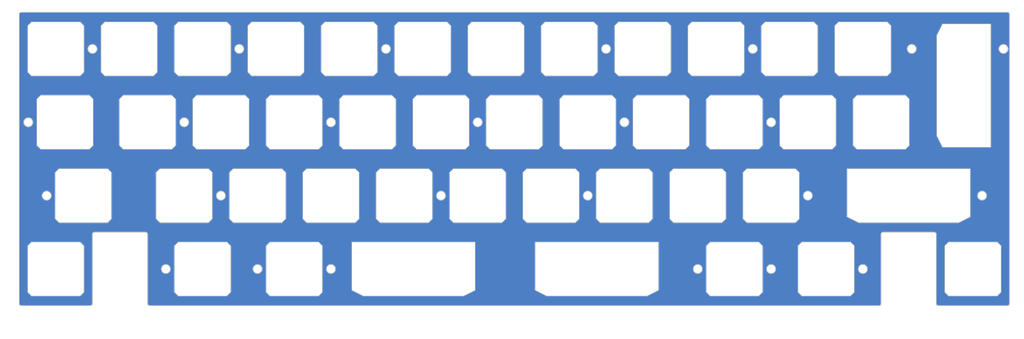
<source format=kicad_pcb>
(kicad_pcb (version 20221018) (generator pcbnew)
  (layers (0 "F.Cu" signal) (31 "B.Cu" signal) (34 "B.Paste" user) (35 "F.Paste" user) (36 "B.SilkS" user "B.Silkscreen") (37 "F.SilkS" user "F.Silkscreen") (38 "B.Mask" user) (39 "F.Mask" user) (44 "Edge.Cuts" user))
  (net 0 "")
  (net 1 "GND")
  (footprint "cipulot_parts:ecs_plate_cut_1U" (layer "F.Cu") (at 26.9875 91.28125)
    (fp_text reference "REF**")
    (fp_text value "Value " hide)
    (fp_line (start -7.3 -6) (end -7.3 6) (stroke (width 0.12)) (layer "Edge.Cuts"))
    (fp_line (start -7.3 6) (end -6.3 7) (stroke (width 0.12)) (layer "Edge.Cuts"))
    (fp_line (start -6.3 -7) (end -7.3 -6) (stroke (width 0.12)) (layer "Edge.Cuts"))
    (fp_line (start -6.3 7) (end 6.3 7) (stroke (width 0.12)) (layer "Edge.Cuts"))
    (fp_line (start 6.3 -7) (end -6.3 -7) (stroke (width 0.12)) (layer "Edge.Cuts"))
    (fp_line (start 6.3 -7) (end 7.3 -6) (stroke (width 0.12)) (layer "Edge.Cuts"))
    (fp_line (start 6.3 7) (end 7.3 6) (stroke (width 0.12)) (layer "Edge.Cuts"))
    (fp_line (start 7.3 6) (end 7.3 -6) (stroke (width 0.12)) (layer "Edge.Cuts"))
  )
  (footprint "cipulot_parts:ecs_plate_cut_1U" (layer "F.Cu") (at 136.525 72.23125)
    (fp_text reference "REF**")
    (fp_text value "Value " hide)
    (fp_line (start -7.3 -6) (end -7.3 6) (stroke (width 0.12)) (layer "Edge.Cuts"))
    (fp_line (start -7.3 6) (end -6.3 7) (stroke (width 0.12)) (layer "Edge.Cuts"))
    (fp_line (start -6.3 -7) (end -7.3 -6) (stroke (width 0.12)) (layer "Edge.Cuts"))
    (fp_line (start -6.3 7) (end 6.3 7) (stroke (width 0.12)) (layer "Edge.Cuts"))
    (fp_line (start 6.3 -7) (end -6.3 -7) (stroke (width 0.12)) (layer "Edge.Cuts"))
    (fp_line (start 6.3 -7) (end 7.3 -6) (stroke (width 0.12)) (layer "Edge.Cuts"))
    (fp_line (start 6.3 7) (end 7.3 6) (stroke (width 0.12)) (layer "Edge.Cuts"))
    (fp_line (start 7.3 6) (end 7.3 -6) (stroke (width 0.12)) (layer "Edge.Cuts"))
  )
  (footprint "cipulot_parts:ecs_plate_cut_1U" (layer "F.Cu") (at 146.05 53.18125)
    (fp_text reference "REF**")
    (fp_text value "Value " hide)
    (fp_line (start -7.3 -6) (end -7.3 6) (stroke (width 0.12)) (layer "Edge.Cuts"))
    (fp_line (start -7.3 6) (end -6.3 7) (stroke (width 0.12)) (layer "Edge.Cuts"))
    (fp_line (start -6.3 -7) (end -7.3 -6) (stroke (width 0.12)) (layer "Edge.Cuts"))
    (fp_line (start -6.3 7) (end 6.3 7) (stroke (width 0.12)) (layer "Edge.Cuts"))
    (fp_line (start 6.3 -7) (end -6.3 -7) (stroke (width 0.12)) (layer "Edge.Cuts"))
    (fp_line (start 6.3 -7) (end 7.3 -6) (stroke (width 0.12)) (layer "Edge.Cuts"))
    (fp_line (start 6.3 7) (end 7.3 6) (stroke (width 0.12)) (layer "Edge.Cuts"))
    (fp_line (start 7.3 6) (end 7.3 -6) (stroke (width 0.12)) (layer "Edge.Cuts"))
  )
  (footprint "cipulot_parts:ecs_plate_cut_1U" (layer "F.Cu") (at 46.0375 34.13125)
    (fp_text reference "REF**")
    (fp_text value "Value " hide)
    (fp_line (start -7.3 -6) (end -7.3 6) (stroke (width 0.12)) (layer "Edge.Cuts"))
    (fp_line (start -7.3 6) (end -6.3 7) (stroke (width 0.12)) (layer "Edge.Cuts"))
    (fp_line (start -6.3 -7) (end -7.3 -6) (stroke (width 0.12)) (layer "Edge.Cuts"))
    (fp_line (start -6.3 7) (end 6.3 7) (stroke (width 0.12)) (layer "Edge.Cuts"))
    (fp_line (start 6.3 -7) (end -6.3 -7) (stroke (width 0.12)) (layer "Edge.Cuts"))
    (fp_line (start 6.3 -7) (end 7.3 -6) (stroke (width 0.12)) (layer "Edge.Cuts"))
    (fp_line (start 6.3 7) (end 7.3 6) (stroke (width 0.12)) (layer "Edge.Cuts"))
    (fp_line (start 7.3 6) (end 7.3 -6) (stroke (width 0.12)) (layer "Edge.Cuts"))
  )
  (footprint "cipulot_parts:ecs_plate_cut_1U" (layer "F.Cu") (at 79.375 72.23125)
    (fp_text reference "REF**")
    (fp_text value "Value " hide)
    (fp_line (start -7.3 -6) (end -7.3 6) (stroke (width 0.12)) (layer "Edge.Cuts"))
    (fp_line (start -7.3 6) (end -6.3 7) (stroke (width 0.12)) (layer "Edge.Cuts"))
    (fp_line (start -6.3 -7) (end -7.3 -6) (stroke (width 0.12)) (layer "Edge.Cuts"))
    (fp_line (start -6.3 7) (end 6.3 7) (stroke (width 0.12)) (layer "Edge.Cuts"))
    (fp_line (start 6.3 -7) (end -6.3 -7) (stroke (width 0.12)) (layer "Edge.Cuts"))
    (fp_line (start 6.3 -7) (end 7.3 -6) (stroke (width 0.12)) (layer "Edge.Cuts"))
    (fp_line (start 6.3 7) (end 7.3 6) (stroke (width 0.12)) (layer "Edge.Cuts"))
    (fp_line (start 7.3 6) (end 7.3 -6) (stroke (width 0.12)) (layer "Edge.Cuts"))
  )
  (footprint "cipulot_parts:ecs_plate_cut_1U" (layer "F.Cu") (at 88.9 53.18125)
    (fp_text reference "REF**")
    (fp_text value "Value " hide)
    (fp_line (start -7.3 -6) (end -7.3 6) (stroke (width 0.12)) (layer "Edge.Cuts"))
    (fp_line (start -7.3 6) (end -6.3 7) (stroke (width 0.12)) (layer "Edge.Cuts"))
    (fp_line (start -6.3 -7) (end -7.3 -6) (stroke (width 0.12)) (layer "Edge.Cuts"))
    (fp_line (start -6.3 7) (end 6.3 7) (stroke (width 0.12)) (layer "Edge.Cuts"))
    (fp_line (start 6.3 -7) (end -6.3 -7) (stroke (width 0.12)) (layer "Edge.Cuts"))
    (fp_line (start 6.3 -7) (end 7.3 -6) (stroke (width 0.12)) (layer "Edge.Cuts"))
    (fp_line (start 6.3 7) (end 7.3 6) (stroke (width 0.12)) (layer "Edge.Cuts"))
    (fp_line (start 7.3 6) (end 7.3 -6) (stroke (width 0.12)) (layer "Edge.Cuts"))
  )
  (footprint "cipulot_parts:ecs_plate_cut_1U" (layer "F.Cu") (at 127 53.18125)
    (fp_text reference "REF**")
    (fp_text value "Value " hide)
    (fp_line (start -7.3 -6) (end -7.3 6) (stroke (width 0.12)) (layer "Edge.Cuts"))
    (fp_line (start -7.3 6) (end -6.3 7) (stroke (width 0.12)) (layer "Edge.Cuts"))
    (fp_line (start -6.3 -7) (end -7.3 -6) (stroke (width 0.12)) (layer "Edge.Cuts"))
    (fp_line (start -6.3 7) (end 6.3 7) (stroke (width 0.12)) (layer "Edge.Cuts"))
    (fp_line (start 6.3 -7) (end -6.3 -7) (stroke (width 0.12)) (layer "Edge.Cuts"))
    (fp_line (start 6.3 -7) (end 7.3 -6) (stroke (width 0.12)) (layer "Edge.Cuts"))
    (fp_line (start 6.3 7) (end 7.3 6) (stroke (width 0.12)) (layer "Edge.Cuts"))
    (fp_line (start 7.3 6) (end 7.3 -6) (stroke (width 0.12)) (layer "Edge.Cuts"))
  )
  (footprint "cipulot_parts:ecs_plate_cut_1U" (layer "F.Cu") (at 198.4375 34.13125)
    (fp_text reference "REF**")
    (fp_text value "Value " hide)
    (fp_line (start -7.3 -6) (end -7.3 6) (stroke (width 0.12)) (layer "Edge.Cuts"))
    (fp_line (start -7.3 6) (end -6.3 7) (stroke (width 0.12)) (layer "Edge.Cuts"))
    (fp_line (start -6.3 -7) (end -7.3 -6) (stroke (width 0.12)) (layer "Edge.Cuts"))
    (fp_line (start -6.3 7) (end 6.3 7) (stroke (width 0.12)) (layer "Edge.Cuts"))
    (fp_line (start 6.3 -7) (end -6.3 -7) (stroke (width 0.12)) (layer "Edge.Cuts"))
    (fp_line (start 6.3 -7) (end 7.3 -6) (stroke (width 0.12)) (layer "Edge.Cuts"))
    (fp_line (start 6.3 7) (end 7.3 6) (stroke (width 0.12)) (layer "Edge.Cuts"))
    (fp_line (start 7.3 6) (end 7.3 -6) (stroke (width 0.12)) (layer "Edge.Cuts"))
  )
  (footprint "cipulot_parts:ecs_plate_cut_1U" (layer "F.Cu") (at 203.2 53.18125)
    (fp_text reference "REF**")
    (fp_text value "Value " hide)
    (fp_line (start -7.3 -6) (end -7.3 6) (stroke (width 0.12)) (layer "Edge.Cuts"))
    (fp_line (start -7.3 6) (end -6.3 7) (stroke (width 0.12)) (layer "Edge.Cuts"))
    (fp_line (start -6.3 -7) (end -7.3 -6) (stroke (width 0.12)) (layer "Edge.Cuts"))
    (fp_line (start -6.3 7) (end 6.3 7) (stroke (width 0.12)) (layer "Edge.Cuts"))
    (fp_line (start 6.3 -7) (end -6.3 -7) (stroke (width 0.12)) (layer "Edge.Cuts"))
    (fp_line (start 6.3 -7) (end 7.3 -6) (stroke (width 0.12)) (layer "Edge.Cuts"))
    (fp_line (start 6.3 7) (end 7.3 6) (stroke (width 0.12)) (layer "Edge.Cuts"))
    (fp_line (start 7.3 6) (end 7.3 -6) (stroke (width 0.12)) (layer "Edge.Cuts"))
  )
  (footprint "cipulot_parts:ecs_plate_cut_1U" (layer "F.Cu") (at 165.1 53.18125)
    (fp_text reference "REF**")
    (fp_text value "Value " hide)
    (fp_line (start -7.3 -6) (end -7.3 6) (stroke (width 0.12)) (layer "Edge.Cuts"))
    (fp_line (start -7.3 6) (end -6.3 7) (stroke (width 0.12)) (layer "Edge.Cuts"))
    (fp_line (start -6.3 -7) (end -7.3 -6) (stroke (width 0.12)) (layer "Edge.Cuts"))
    (fp_line (start -6.3 7) (end 6.3 7) (stroke (width 0.12)) (layer "Edge.Cuts"))
    (fp_line (start 6.3 -7) (end -6.3 -7) (stroke (width 0.12)) (layer "Edge.Cuts"))
    (fp_line (start 6.3 -7) (end 7.3 -6) (stroke (width 0.12)) (layer "Edge.Cuts"))
    (fp_line (start 6.3 7) (end 7.3 6) (stroke (width 0.12)) (layer "Edge.Cuts"))
    (fp_line (start 7.3 6) (end 7.3 -6) (stroke (width 0.12)) (layer "Edge.Cuts"))
  )
  (footprint "cipulot_parts:ecs_plate_cut_1U" (layer "F.Cu") (at 227.0125 91.28125)
    (fp_text reference "REF**")
    (fp_text value "Value " hide)
    (fp_line (start -7.3 -6) (end -7.3 6) (stroke (width 0.12)) (layer "Edge.Cuts"))
    (fp_line (start -7.3 6) (end -6.3 7) (stroke (width 0.12)) (layer "Edge.Cuts"))
    (fp_line (start -6.3 -7) (end -7.3 -6) (stroke (width 0.12)) (layer "Edge.Cuts"))
    (fp_line (start -6.3 7) (end 6.3 7) (stroke (width 0.12)) (layer "Edge.Cuts"))
    (fp_line (start 6.3 -7) (end -6.3 -7) (stroke (width 0.12)) (layer "Edge.Cuts"))
    (fp_line (start 6.3 -7) (end 7.3 -6) (stroke (width 0.12)) (layer "Edge.Cuts"))
    (fp_line (start 6.3 7) (end 7.3 6) (stroke (width 0.12)) (layer "Edge.Cuts"))
    (fp_line (start 7.3 6) (end 7.3 -6) (stroke (width 0.12)) (layer "Edge.Cuts"))
  )
  (footprint "cipulot_parts:ecs_plate_cut_1U" (layer "F.Cu") (at 217.4875 34.13125)
    (fp_text reference "REF**")
    (fp_text value "Value " hide)
    (fp_line (start -7.3 -6) (end -7.3 6) (stroke (width 0.12)) (layer "Edge.Cuts"))
    (fp_line (start -7.3 6) (end -6.3 7) (stroke (width 0.12)) (layer "Edge.Cuts"))
    (fp_line (start -6.3 -7) (end -7.3 -6) (stroke (width 0.12)) (layer "Edge.Cuts"))
    (fp_line (start -6.3 7) (end 6.3 7) (stroke (width 0.12)) (layer "Edge.Cuts"))
    (fp_line (start 6.3 -7) (end -6.3 -7) (stroke (width 0.12)) (layer "Edge.Cuts"))
    (fp_line (start 6.3 -7) (end 7.3 -6) (stroke (width 0.12)) (layer "Edge.Cuts"))
    (fp_line (start 6.3 7) (end 7.3 6) (stroke (width 0.12)) (layer "Edge.Cuts"))
    (fp_line (start 7.3 6) (end 7.3 -6) (stroke (width 0.12)) (layer "Edge.Cuts"))
  )
  (footprint "cipulot_parts:ecs_plate_cut_1U" (layer "F.Cu") (at 203.2 91.28125)
    (fp_text reference "REF**")
    (fp_text value "Value " hide)
    (fp_line (start -7.3 -6) (end -7.3 6) (stroke (width 0.12)) (layer "Edge.Cuts"))
    (fp_line (start -7.3 6) (end -6.3 7) (stroke (width 0.12)) (layer "Edge.Cuts"))
    (fp_line (start -6.3 -7) (end -7.3 -6) (stroke (width 0.12)) (layer "Edge.Cuts"))
    (fp_line (start -6.3 7) (end 6.3 7) (stroke (width 0.12)) (layer "Edge.Cuts"))
    (fp_line (start 6.3 -7) (end -6.3 -7) (stroke (width 0.12)) (layer "Edge.Cuts"))
    (fp_line (start 6.3 -7) (end 7.3 -6) (stroke (width 0.12)) (layer "Edge.Cuts"))
    (fp_line (start 6.3 7) (end 7.3 6) (stroke (width 0.12)) (layer "Edge.Cuts"))
    (fp_line (start 7.3 6) (end 7.3 -6) (stroke (width 0.12)) (layer "Edge.Cuts"))
  )
  (footprint "cipulot_parts:ecs_plate_cut_1U" (layer "F.Cu") (at 117.475 72.23125)
    (fp_text reference "REF**")
    (fp_text value "Value " hide)
    (fp_line (start -7.3 -6) (end -7.3 6) (stroke (width 0.12)) (layer "Edge.Cuts"))
    (fp_line (start -7.3 6) (end -6.3 7) (stroke (width 0.12)) (layer "Edge.Cuts"))
    (fp_line (start -6.3 -7) (end -7.3 -6) (stroke (width 0.12)) (layer "Edge.Cuts"))
    (fp_line (start -6.3 7) (end 6.3 7) (stroke (width 0.12)) (layer "Edge.Cuts"))
    (fp_line (start 6.3 -7) (end -6.3 -7) (stroke (width 0.12)) (layer "Edge.Cuts"))
    (fp_line (start 6.3 -7) (end 7.3 -6) (stroke (width 0.12)) (layer "Edge.Cuts"))
    (fp_line (start 6.3 7) (end 7.3 6) (stroke (width 0.12)) (layer "Edge.Cuts"))
    (fp_line (start 7.3 6) (end 7.3 -6) (stroke (width 0.12)) (layer "Edge.Cuts"))
  )
  (footprint "cipulot_parts:ecs_plate_cut_1U" (layer "F.Cu") (at 84.137501 34.13125)
    (fp_text reference "REF**")
    (fp_text value "Value " hide)
    (fp_line (start -7.3 -6) (end -7.3 6) (stroke (width 0.12)) (layer "Edge.Cuts"))
    (fp_line (start -7.3 6) (end -6.3 7) (stroke (width 0.12)) (layer "Edge.Cuts"))
    (fp_line (start -6.3 -7) (end -7.3 -6) (stroke (width 0.12)) (layer "Edge.Cuts"))
    (fp_line (start -6.3 7) (end 6.3 7) (stroke (width 0.12)) (layer "Edge.Cuts"))
    (fp_line (start 6.3 -7) (end -6.3 -7) (stroke (width 0.12)) (layer "Edge.Cuts"))
    (fp_line (start 6.3 -7) (end 7.3 -6) (stroke (width 0.12)) (layer "Edge.Cuts"))
    (fp_line (start 6.3 7) (end 7.3 6) (stroke (width 0.12)) (layer "Edge.Cuts"))
    (fp_line (start 7.3 6) (end 7.3 -6) (stroke (width 0.12)) (layer "Edge.Cuts"))
  )
  (footprint "cipulot_parts:ecs_plate_cut_1U" (layer "F.Cu") (at 34.13125 72.23125)
    (fp_text reference "REF**")
    (fp_text value "Value " hide)
    (fp_line (start -7.3 -6) (end -7.3 6) (stroke (width 0.12)) (layer "Edge.Cuts"))
    (fp_line (start -7.3 6) (end -6.3 7) (stroke (width 0.12)) (layer "Edge.Cuts"))
    (fp_line (start -6.3 -7) (end -7.3 -6) (stroke (width 0.12)) (layer "Edge.Cuts"))
    (fp_line (start -6.3 7) (end 6.3 7) (stroke (width 0.12)) (layer "Edge.Cuts"))
    (fp_line (start 6.3 -7) (end -6.3 -7) (stroke (width 0.12)) (layer "Edge.Cuts"))
    (fp_line (start 6.3 -7) (end 7.3 -6) (stroke (width 0.12)) (layer "Edge.Cuts"))
    (fp_line (start 6.3 7) (end 7.3 6) (stroke (width 0.12)) (layer "Edge.Cuts"))
    (fp_line (start 7.3 6) (end 7.3 -6) (stroke (width 0.12)) (layer "Edge.Cuts"))
  )
  (footprint "cipulot_parts:ecs_plate_cut_1U" (layer "F.Cu") (at 155.575 72.23125)
    (fp_text reference "REF**")
    (fp_text value "Value " hide)
    (fp_line (start -7.3 -6) (end -7.3 6) (stroke (width 0.12)) (layer "Edge.Cuts"))
    (fp_line (start -7.3 6) (end -6.3 7) (stroke (width 0.12)) (layer "Edge.Cuts"))
    (fp_line (start -6.3 -7) (end -7.3 -6) (stroke (width 0.12)) (layer "Edge.Cuts"))
    (fp_line (start -6.3 7) (end 6.3 7) (stroke (width 0.12)) (layer "Edge.Cuts"))
    (fp_line (start 6.3 -7) (end -6.3 -7) (stroke (width 0.12)) (layer "Edge.Cuts"))
    (fp_line (start 6.3 -7) (end 7.3 -6) (stroke (width 0.12)) (layer "Edge.Cuts"))
    (fp_line (start 6.3 7) (end 7.3 6) (stroke (width 0.12)) (layer "Edge.Cuts"))
    (fp_line (start 7.3 6) (end 7.3 -6) (stroke (width 0.12)) (layer "Edge.Cuts"))
  )
  (footprint "cipulot_parts:ecs_plate_cut_1U" (layer "F.Cu") (at 60.325 72.23125)
    (fp_text reference "REF**")
    (fp_text value "Value " hide)
    (fp_line (start -7.3 -6) (end -7.3 6) (stroke (width 0.12)) (layer "Edge.Cuts"))
    (fp_line (start -7.3 6) (end -6.3 7) (stroke (width 0.12)) (layer "Edge.Cuts"))
    (fp_line (start -6.3 -7) (end -7.3 -6) (stroke (width 0.12)) (layer "Edge.Cuts"))
    (fp_line (start -6.3 7) (end 6.3 7) (stroke (width 0.12)) (layer "Edge.Cuts"))
    (fp_line (start 6.3 -7) (end -6.3 -7) (stroke (width 0.12)) (layer "Edge.Cuts"))
    (fp_line (start 6.3 -7) (end 7.3 -6) (stroke (width 0.12)) (layer "Edge.Cuts"))
    (fp_line (start 6.3 7) (end 7.3 6) (stroke (width 0.12)) (layer "Edge.Cuts"))
    (fp_line (start 7.3 6) (end 7.3 -6) (stroke (width 0.12)) (layer "Edge.Cuts"))
  )
  (footprint "cipulot_parts:ecs_plate_cut_1U" (layer "F.Cu") (at 50.8 53.18125)
    (fp_text reference "REF**")
    (fp_text value "Value " hide)
    (fp_line (start -7.3 -6) (end -7.3 6) (stroke (width 0.12)) (layer "Edge.Cuts"))
    (fp_line (start -7.3 6) (end -6.3 7) (stroke (width 0.12)) (layer "Edge.Cuts"))
    (fp_line (start -6.3 -7) (end -7.3 -6) (stroke (width 0.12)) (layer "Edge.Cuts"))
    (fp_line (start -6.3 7) (end 6.3 7) (stroke (width 0.12)) (layer "Edge.Cuts"))
    (fp_line (start 6.3 -7) (end -6.3 -7) (stroke (width 0.12)) (layer "Edge.Cuts"))
    (fp_line (start 6.3 -7) (end 7.3 -6) (stroke (width 0.12)) (layer "Edge.Cuts"))
    (fp_line (start 6.3 7) (end 7.3 6) (stroke (width 0.12)) (layer "Edge.Cuts"))
    (fp_line (start 7.3 6) (end 7.3 -6) (stroke (width 0.12)) (layer "Edge.Cuts"))
  )
  (footprint "cipulot_parts:ecs_plate_cut_1U" (layer "F.Cu") (at 107.95 53.18125)
    (fp_text reference "REF**")
    (fp_text value "Value " hide)
    (fp_line (start -7.3 -6) (end -7.3 6) (stroke (width 0.12)) (layer "Edge.Cuts"))
    (fp_line (start -7.3 6) (end -6.3 7) (stroke (width 0.12)) (layer "Edge.Cuts"))
    (fp_line (start -6.3 -7) (end -7.3 -6) (stroke (width 0.12)) (layer "Edge.Cuts"))
    (fp_line (start -6.3 7) (end 6.3 7) (stroke (width 0.12)) (layer "Edge.Cuts"))
    (fp_line (start 6.3 -7) (end -6.3 -7) (stroke (width 0.12)) (layer "Edge.Cuts"))
    (fp_line (start 6.3 -7) (end 7.3 -6) (stroke (width 0.12)) (layer "Edge.Cuts"))
    (fp_line (start 6.3 7) (end 7.3 6) (stroke (width 0.12)) (layer "Edge.Cuts"))
    (fp_line (start 7.3 6) (end 7.3 -6) (stroke (width 0.12)) (layer "Edge.Cuts"))
  )
  (footprint "cipulot_parts:ecs_plate_cut_1U" (layer "F.Cu") (at 65.0875 34.13125)
    (fp_text reference "REF**")
    (fp_text value "Value " hide)
    (fp_line (start -7.3 -6) (end -7.3 6) (stroke (width 0.12)) (layer "Edge.Cuts"))
    (fp_line (start -7.3 6) (end -6.3 7) (stroke (width 0.12)) (layer "Edge.Cuts"))
    (fp_line (start -6.3 -7) (end -7.3 -6) (stroke (width 0.12)) (layer "Edge.Cuts"))
    (fp_line (start -6.3 7) (end 6.3 7) (stroke (width 0.12)) (layer "Edge.Cuts"))
    (fp_line (start 6.3 -7) (end -6.3 -7) (stroke (width 0.12)) (layer "Edge.Cuts"))
    (fp_line (start 6.3 -7) (end 7.3 -6) (stroke (width 0.12)) (layer "Edge.Cuts"))
    (fp_line (start 6.3 7) (end 7.3 6) (stroke (width 0.12)) (layer "Edge.Cuts"))
    (fp_line (start 7.3 6) (end 7.3 -6) (stroke (width 0.12)) (layer "Edge.Cuts"))
  )
  (footprint "cipulot_parts:ecs_plate_cut_1U" (layer "F.Cu") (at 141.2875 34.13125)
    (fp_text reference "REF**")
    (fp_text value "Value " hide)
    (fp_line (start -7.3 -6) (end -7.3 6) (stroke (width 0.12)) (layer "Edge.Cuts"))
    (fp_line (start -7.3 6) (end -6.3 7) (stroke (width 0.12)) (layer "Edge.Cuts"))
    (fp_line (start -6.3 -7) (end -7.3 -6) (stroke (width 0.12)) (layer "Edge.Cuts"))
    (fp_line (start -6.3 7) (end 6.3 7) (stroke (width 0.12)) (layer "Edge.Cuts"))
    (fp_line (start 6.3 -7) (end -6.3 -7) (stroke (width 0.12)) (layer "Edge.Cuts"))
    (fp_line (start 6.3 -7) (end 7.3 -6) (stroke (width 0.12)) (layer "Edge.Cuts"))
    (fp_line (start 6.3 7) (end 7.3 6) (stroke (width 0.12)) (layer "Edge.Cuts"))
    (fp_line (start 7.3 6) (end 7.3 -6) (stroke (width 0.12)) (layer "Edge.Cuts"))
  )
  (footprint "cipulot_parts:ecs_plate_cut_1U" (layer "F.Cu") (at 29.36875 53.18125)
    (fp_text reference "REF**")
    (fp_text value "Value " hide)
    (fp_line (start -7.3 -6) (end -7.3 6) (stroke (width 0.12)) (layer "Edge.Cuts"))
    (fp_line (start -7.3 6) (end -6.3 7) (stroke (width 0.12)) (layer "Edge.Cuts"))
    (fp_line (start -6.3 -7) (end -7.3 -6) (stroke (width 0.12)) (layer "Edge.Cuts"))
    (fp_line (start -6.3 7) (end 6.3 7) (stroke (width 0.12)) (layer "Edge.Cuts"))
    (fp_line (start 6.3 -7) (end -6.3 -7) (stroke (width 0.12)) (layer "Edge.Cuts"))
    (fp_line (start 6.3 -7) (end 7.3 -6) (stroke (width 0.12)) (layer "Edge.Cuts"))
    (fp_line (start 6.3 7) (end 7.3 6) (stroke (width 0.12)) (layer "Edge.Cuts"))
    (fp_line (start 7.3 6) (end 7.3 -6) (stroke (width 0.12)) (layer "Edge.Cuts"))
  )
  (footprint "cipulot_parts:ecs_plate_cut_1U" (layer "F.Cu") (at 160.3375 34.13125)
    (fp_text reference "REF**")
    (fp_text value "Value " hide)
    (fp_line (start -7.3 -6) (end -7.3 6) (stroke (width 0.12)) (layer "Edge.Cuts"))
    (fp_line (start -7.3 6) (end -6.3 7) (stroke (width 0.12)) (layer "Edge.Cuts"))
    (fp_line (start -6.3 -7) (end -7.3 -6) (stroke (width 0.12)) (layer "Edge.Cuts"))
    (fp_line (start -6.3 7) (end 6.3 7) (stroke (width 0.12)) (layer "Edge.Cuts"))
    (fp_line (start 6.3 -7) (end -6.3 -7) (stroke (width 0.12)) (layer "Edge.Cuts"))
    (fp_line (start 6.3 -7) (end 7.3 -6) (stroke (width 0.12)) (layer "Edge.Cuts"))
    (fp_line (start 6.3 7) (end 7.3 6) (stroke (width 0.12)) (layer "Edge.Cuts"))
    (fp_line (start 7.3 6) (end 7.3 -6) (stroke (width 0.12)) (layer "Edge.Cuts"))
  )
  (footprint "cipulot_parts:ecs_plate_cut_2U" (layer "F.Cu") (at 119.85625 91.28125)
    (fp_text reference "REF**")
    (fp_text value "Value " hide)
    (fp_line (start -16 -7) (end 16 -7) (stroke (width 0.12)) (layer "Edge.Cuts"))
    (fp_line (start -16 0) (end -16 -7) (stroke (width 0.12)) (layer "Edge.Cuts"))
    (fp_line (start -16 0) (end -16 5.5) (stroke (width 0.12)) (layer "Edge.Cuts"))
    (fp_line (start -16 5.5) (end -13 7) (stroke (width 0.12)) (layer "Edge.Cuts"))
    (fp_line (start 13 7) (end -13 7) (stroke (width 0.12)) (layer "Edge.Cuts"))
    (fp_line (start 16 -7) (end 16 0) (stroke (width 0.12)) (layer "Edge.Cuts"))
    (fp_line (start 16 0) (end 16 5.5) (stroke (width 0.12)) (layer "Edge.Cuts"))
    (fp_line (start 16 5.5) (end 13 7) (stroke (width 0.12)) (layer "Edge.Cuts"))
  )
  (footprint "cipulot_parts:ecs_plate_cut_1U" (layer "F.Cu") (at 122.2375 34.13125)
    (fp_text reference "REF**")
    (fp_text value "Value " hide)
    (fp_line (start -7.3 -6) (end -7.3 6) (stroke (width 0.12)) (layer "Edge.Cuts"))
    (fp_line (start -7.3 6) (end -6.3 7) (stroke (width 0.12)) (layer "Edge.Cuts"))
    (fp_line (start -6.3 -7) (end -7.3 -6) (stroke (width 0.12)) (layer "Edge.Cuts"))
    (fp_line (start -6.3 7) (end 6.3 7) (stroke (width 0.12)) (layer "Edge.Cuts"))
    (fp_line (start 6.3 -7) (end -6.3 -7) (stroke (width 0.12)) (layer "Edge.Cuts"))
    (fp_line (start 6.3 -7) (end 7.3 -6) (stroke (width 0.12)) (layer "Edge.Cuts"))
    (fp_line (start 6.3 7) (end 7.3 6) (stroke (width 0.12)) (layer "Edge.Cuts"))
    (fp_line (start 7.3 6) (end 7.3 -6) (stroke (width 0.12)) (layer "Edge.Cuts"))
  )
  (footprint "cipulot_parts:ecs_plate_cut_1U" (layer "F.Cu") (at 212.725 72.23125)
    (fp_text reference "REF**")
    (fp_text value "Value " hide)
    (fp_line (start -7.3 -6) (end -7.3 6) (stroke (width 0.12)) (layer "Edge.Cuts"))
    (fp_line (start -7.3 6) (end -6.3 7) (stroke (width 0.12)) (layer "Edge.Cuts"))
    (fp_line (start -6.3 -7) (end -7.3 -6) (stroke (width 0.12)) (layer "Edge.Cuts"))
    (fp_line (start -6.3 7) (end 6.3 7) (stroke (width 0.12)) (layer "Edge.Cuts"))
    (fp_line (start 6.3 -7) (end -6.3 -7) (stroke (width 0.12)) (layer "Edge.Cuts"))
    (fp_line (start 6.3 -7) (end 7.3 -6) (stroke (width 0.12)) (layer "Edge.Cuts"))
    (fp_line (start 6.3 7) (end 7.3 6) (stroke (width 0.12)) (layer "Edge.Cuts"))
    (fp_line (start 7.3 6) (end 7.3 -6) (stroke (width 0.12)) (layer "Edge.Cuts"))
  )
  (footprint "cipulot_parts:ecs_plate_cut_1U" (layer "F.Cu") (at 88.9 91.28125)
    (fp_text reference "REF**")
    (fp_text value "Value " hide)
    (fp_line (start -7.3 -6) (end -7.3 6) (stroke (width 0.12)) (layer "Edge.Cuts"))
    (fp_line (start -7.3 6) (end -6.3 7) (stroke (width 0.12)) (layer "Edge.Cuts"))
    (fp_line (start -6.3 -7) (end -7.3 -6) (stroke (width 0.12)) (layer "Edge.Cuts"))
    (fp_line (start -6.3 7) (end 6.3 7) (stroke (width 0.12)) (layer "Edge.Cuts"))
    (fp_line (start 6.3 -7) (end -6.3 -7) (stroke (width 0.12)) (layer "Edge.Cuts"))
    (fp_line (start 6.3 -7) (end 7.3 -6) (stroke (width 0.12)) (layer "Edge.Cuts"))
    (fp_line (start 6.3 7) (end 7.3 6) (stroke (width 0.12)) (layer "Edge.Cuts"))
    (fp_line (start 7.3 6) (end 7.3 -6) (stroke (width 0.12)) (layer "Edge.Cuts"))
  )
  (footprint "cipulot_parts:ecs_plate_cut_1U" (layer "F.Cu") (at 69.85 53.18125)
    (fp_text reference "REF**")
    (fp_text value "Value " hide)
    (fp_line (start -7.3 -6) (end -7.3 6) (stroke (width 0.12)) (layer "Edge.Cuts"))
    (fp_line (start -7.3 6) (end -6.3 7) (stroke (width 0.12)) (layer "Edge.Cuts"))
    (fp_line (start -6.3 -7) (end -7.3 -6) (stroke (width 0.12)) (layer "Edge.Cuts"))
    (fp_line (start -6.3 7) (end 6.3 7) (stroke (width 0.12)) (layer "Edge.Cuts"))
    (fp_line (start 6.3 -7) (end -6.3 -7) (stroke (width 0.12)) (layer "Edge.Cuts"))
    (fp_line (start 6.3 -7) (end 7.3 -6) (stroke (width 0.12)) (layer "Edge.Cuts"))
    (fp_line (start 6.3 7) (end 7.3 6) (stroke (width 0.12)) (layer "Edge.Cuts"))
    (fp_line (start 7.3 6) (end 7.3 -6) (stroke (width 0.12)) (layer "Edge.Cuts"))
  )
  (footprint "cipulot_parts:ecs_plate_cut_2U" (layer "F.Cu") (at 248.44375 72.23125)
    (fp_text reference "REF**")
    (fp_text value "Value " hide)
    (fp_line (start -16 -7) (end 16 -7) (stroke (width 0.12)) (layer "Edge.Cuts"))
    (fp_line (start -16 0) (end -16 -7) (stroke (width 0.12)) (layer "Edge.Cuts"))
    (fp_line (start -16 0) (end -16 5.5) (stroke (width 0.12)) (layer "Edge.Cuts"))
    (fp_line (start -16 5.5) (end -13 7) (stroke (width 0.12)) (layer "Edge.Cuts"))
    (fp_line (start 13 7) (end -13 7) (stroke (width 0.12)) (layer "Edge.Cuts"))
    (fp_line (start 16 -7) (end 16 0) (stroke (width 0.12)) (layer "Edge.Cuts"))
    (fp_line (start 16 0) (end 16 5.5) (stroke (width 0.12)) (layer "Edge.Cuts"))
    (fp_line (start 16 5.5) (end 13 7) (stroke (width 0.12)) (layer "Edge.Cuts"))
  )
  (footprint "cipulot_parts:ecs_plate_cut_1U" (layer "F.Cu") (at 174.625 72.23125)
    (fp_text reference "REF**")
    (fp_text value "Value " hide)
    (fp_line (start -7.3 -6) (end -7.3 6) (stroke (width 0.12)) (layer "Edge.Cuts"))
    (fp_line (start -7.3 6) (end -6.3 7) (stroke (width 0.12)) (layer "Edge.Cuts"))
    (fp_line (start -6.3 -7) (end -7.3 -6) (stroke (width 0.12)) (layer "Edge.Cuts"))
    (fp_line (start -6.3 7) (end 6.3 7) (stroke (width 0.12)) (layer "Edge.Cuts"))
    (fp_line (start 6.3 -7) (end -6.3 -7) (stroke (width 0.12)) (layer "Edge.Cuts"))
    (fp_line (start 6.3 -7) (end 7.3 -6) (stroke (width 0.12)) (layer "Edge.Cuts"))
    (fp_line (start 6.3 7) (end 7.3 6) (stroke (width 0.12)) (layer "Edge.Cuts"))
    (fp_line (start 7.3 6) (end 7.3 -6) (stroke (width 0.12)) (layer "Edge.Cuts"))
  )
  (footprint "cipulot_parts:ecs_plate_cut_1U" (layer "F.Cu") (at 98.425 72.23125)
    (fp_text reference "REF**")
    (fp_text value "Value " hide)
    (fp_line (start -7.3 -6) (end -7.3 6) (stroke (width 0.12)) (layer "Edge.Cuts"))
    (fp_line (start -7.3 6) (end -6.3 7) (stroke (width 0.12)) (layer "Edge.Cuts"))
    (fp_line (start -6.3 -7) (end -7.3 -6) (stroke (width 0.12)) (layer "Edge.Cuts"))
    (fp_line (start -6.3 7) (end 6.3 7) (stroke (width 0.12)) (layer "Edge.Cuts"))
    (fp_line (start 6.3 -7) (end -6.3 -7) (stroke (width 0.12)) (layer "Edge.Cuts"))
    (fp_line (start 6.3 -7) (end 7.3 -6) (stroke (width 0.12)) (layer "Edge.Cuts"))
    (fp_line (start 6.3 7) (end 7.3 6) (stroke (width 0.12)) (layer "Edge.Cuts"))
    (fp_line (start 7.3 6) (end 7.3 -6) (stroke (width 0.12)) (layer "Edge.Cuts"))
  )
  (footprint "cipulot_parts:ecs_plate_cut_1U" (layer "F.Cu") (at 222.25 53.18125)
    (fp_text reference "REF**")
    (fp_text value "Value " hide)
    (fp_line (start -7.3 -6) (end -7.3 6) (stroke (width 0.12)) (layer "Edge.Cuts"))
    (fp_line (start -7.3 6) (end -6.3 7) (stroke (width 0.12)) (layer "Edge.Cuts"))
    (fp_line (start -6.3 -7) (end -7.3 -6) (stroke (width 0.12)) (layer "Edge.Cuts"))
    (fp_line (start -6.3 7) (end 6.3 7) (stroke (width 0.12)) (layer "Edge.Cuts"))
    (fp_line (start 6.3 -7) (end -6.3 -7) (stroke (width 0.12)) (layer "Edge.Cuts"))
    (fp_line (start 6.3 -7) (end 7.3 -6) (stroke (width 0.12)) (layer "Edge.Cuts"))
    (fp_line (start 6.3 7) (end 7.3 6) (stroke (width 0.12)) (layer "Edge.Cuts"))
    (fp_line (start 7.3 6) (end 7.3 -6) (stroke (width 0.12)) (layer "Edge.Cuts"))
  )
  (footprint "cipulot_parts:ecs_plate_cut_1U" (layer "F.Cu") (at 65.0875 91.28125)
    (fp_text reference "REF**")
    (fp_text value "Value " hide)
    (fp_line (start -7.3 -6) (end -7.3 6) (stroke (width 0.12)) (layer "Edge.Cuts"))
    (fp_line (start -7.3 6) (end -6.3 7) (stroke (width 0.12)) (layer "Edge.Cuts"))
    (fp_line (start -6.3 -7) (end -7.3 -6) (stroke (width 0.12)) (layer "Edge.Cuts"))
    (fp_line (start -6.3 7) (end 6.3 7) (stroke (width 0.12)) (layer "Edge.Cuts"))
    (fp_line (start 6.3 -7) (end -6.3 -7) (stroke (width 0.12)) (layer "Edge.Cuts"))
    (fp_line (start 6.3 -7) (end 7.3 -6) (stroke (width 0.12)) (layer "Edge.Cuts"))
    (fp_line (start 6.3 7) (end 7.3 6) (stroke (width 0.12)) (layer "Edge.Cuts"))
    (fp_line (start 7.3 6) (end 7.3 -6) (stroke (width 0.12)) (layer "Edge.Cuts"))
  )
  (footprint "cipulot_parts:ecs_plate_cut_1U" (layer "F.Cu") (at 236.5375 34.13125)
    (fp_text reference "REF**")
    (fp_text value "Value " hide)
    (fp_line (start -7.3 -6) (end -7.3 6) (stroke (width 0.12)) (layer "Edge.Cuts"))
    (fp_line (start -7.3 6) (end -6.3 7) (stroke (width 0.12)) (layer "Edge.Cuts"))
    (fp_line (start -6.3 -7) (end -7.3 -6) (stroke (width 0.12)) (layer "Edge.Cuts"))
    (fp_line (start -6.3 7) (end 6.3 7) (stroke (width 0.12)) (layer "Edge.Cuts"))
    (fp_line (start 6.3 -7) (end -6.3 -7) (stroke (width 0.12)) (layer "Edge.Cuts"))
    (fp_line (start 6.3 -7) (end 7.3 -6) (stroke (width 0.12)) (layer "Edge.Cuts"))
    (fp_line (start 6.3 7) (end 7.3 6) (stroke (width 0.12)) (layer "Edge.Cuts"))
    (fp_line (start 7.3 6) (end 7.3 -6) (stroke (width 0.12)) (layer "Edge.Cuts"))
  )
  (footprint "cipulot_parts:ecs_plate_cut_1U" (layer "F.Cu") (at 193.675 72.23125)
    (fp_text reference "REF**")
    (fp_text value "Value " hide)
    (fp_line (start -7.3 -6) (end -7.3 6) (stroke (width 0.12)) (layer "Edge.Cuts"))
    (fp_line (start -7.3 6) (end -6.3 7) (stroke (width 0.12)) (layer "Edge.Cuts"))
    (fp_line (start -6.3 -7) (end -7.3 -6) (stroke (width 0.12)) (layer "Edge.Cuts"))
    (fp_line (start -6.3 7) (end 6.3 7) (stroke (width 0.12)) (layer "Edge.Cuts"))
    (fp_line (start 6.3 -7) (end -6.3 -7) (stroke (width 0.12)) (layer "Edge.Cuts"))
    (fp_line (start 6.3 -7) (end 7.3 -6) (stroke (width 0.12)) (layer "Edge.Cuts"))
    (fp_line (start 6.3 7) (end 7.3 6) (stroke (width 0.12)) (layer "Edge.Cuts"))
    (fp_line (start 7.3 6) (end 7.3 -6) (stroke (width 0.12)) (layer "Edge.Cuts"))
  )
  (footprint "cipulot_parts:ecs_plate_cut_2U" (layer "F.Cu") (at 167.48125 91.28125)
    (fp_text reference "REF**")
    (fp_text value "Value " hide)
    (fp_line (start -16 -7) (end 16 -7) (stroke (width 0.12)) (layer "Edge.Cuts"))
    (fp_line (start -16 0) (end -16 -7) (stroke (width 0.12)) (layer "Edge.Cuts"))
    (fp_line (start -16 0) (end -16 5.5) (stroke (width 0.12)) (layer "Edge.Cuts"))
    (fp_line (start -16 5.5) (end -13 7) (stroke (width 0.12)) (layer "Edge.Cuts"))
    (fp_line (start 13 7) (end -13 7) (stroke (width 0.12)) (layer "Edge.Cuts"))
    (fp_line (start 16 -7) (end 16 0) (stroke (width 0.12)) (layer "Edge.Cuts"))
    (fp_line (start 16 0) (end 16 5.5) (stroke (width 0.12)) (layer "Edge.Cuts"))
    (fp_line (start 16 5.5) (end 13 7) (stroke (width 0.12)) (layer "Edge.Cuts"))
  )
  (footprint "cipulot_parts:ecs_plate_cut_1U" (layer "F.Cu") (at 103.1875 34.13125)
    (fp_text reference "REF**")
    (fp_text value "Value " hide)
    (fp_line (start -7.3 -6) (end -7.3 6) (stroke (width 0.12)) (layer "Edge.Cuts"))
    (fp_line (start -7.3 6) (end -6.3 7) (stroke (width 0.12)) (layer "Edge.Cuts"))
    (fp_line (start -6.3 -7) (end -7.3 -6) (stroke (width 0.12)) (layer "Edge.Cuts"))
    (fp_line (start -6.3 7) (end 6.3 7) (stroke (width 0.12)) (layer "Edge.Cuts"))
    (fp_line (start 6.3 -7) (end -6.3 -7) (stroke (width 0.12)) (layer "Edge.Cuts"))
    (fp_line (start 6.3 -7) (end 7.3 -6) (stroke (width 0.12)) (layer "Edge.Cuts"))
    (fp_line (start 6.3 7) (end 7.3 6) (stroke (width 0.12)) (layer "Edge.Cuts"))
    (fp_line (start 7.3 6) (end 7.3 -6) (stroke (width 0.12)) (layer "Edge.Cuts"))
  )
  (footprint "cipulot_parts:ecs_plate_cut_1U" (layer "F.Cu") (at 184.15 53.18125)
    (fp_text reference "REF**")
    (fp_text value "Value " hide)
    (fp_line (start -7.3 -6) (end -7.3 6) (stroke (width 0.12)) (layer "Edge.Cuts"))
    (fp_line (start -7.3 6) (end -6.3 7) (stroke (width 0.12)) (layer "Edge.Cuts"))
    (fp_line (start -6.3 -7) (end -7.3 -6) (stroke (width 0.12)) (layer "Edge.Cuts"))
    (fp_line (start -6.3 7) (end 6.3 7) (stroke (width 0.12)) (layer "Edge.Cuts"))
    (fp_line (start 6.3 -7) (end -6.3 -7) (stroke (width 0.12)) (layer "Edge.Cuts"))
    (fp_line (start 6.3 -7) (end 7.3 -6) (stroke (width 0.12)) (layer "Edge.Cuts"))
    (fp_line (start 6.3 7) (end 7.3 6) (stroke (width 0.12)) (layer "Edge.Cuts"))
    (fp_line (start 7.3 6) (end 7.3 -6) (stroke (width 0.12)) (layer "Edge.Cuts"))
  )
  (footprint "cipulot_parts:ecs_plate_cut_1U" (layer "F.Cu") (at 179.3875 34.13125)
    (fp_text reference "REF**")
    (fp_text value "Value " hide)
    (fp_line (start -7.3 -6) (end -7.3 6) (stroke (width 0.12)) (layer "Edge.Cuts"))
    (fp_line (start -7.3 6) (end -6.3 7) (stroke (width 0.12)) (layer "Edge.Cuts"))
    (fp_line (start -6.3 -7) (end -7.3 -6) (stroke (width 0.12)) (layer "Edge.Cuts"))
    (fp_line (start -6.3 7) (end 6.3 7) (stroke (width 0.12)) (layer "Edge.Cuts"))
    (fp_line (start 6.3 -7) (end -6.3 -7) (stroke (width 0.12)) (layer "Edge.Cuts"))
    (fp_line (start 6.3 -7) (end 7.3 -6) (stroke (width 0.12)) (layer "Edge.Cuts"))
    (fp_line (start 6.3 7) (end 7.3 6) (stroke (width 0.12)) (layer "Edge.Cuts"))
    (fp_line (start 7.3 6) (end 7.3 -6) (stroke (width 0.12)) (layer "Edge.Cuts"))
  )
  (footprint "cipulot_parts:ecs_plate_cut_1U" (layer "F.Cu") (at 265.1125 91.28125)
    (fp_text reference "REF**")
    (fp_text value "Value " hide)
    (fp_line (start -7.3 -6) (end -7.3 6) (stroke (width 0.12)) (layer "Edge.Cuts"))
    (fp_line (start -7.3 6) (end -6.3 7) (stroke (width 0.12)) (layer "Edge.Cuts"))
    (fp_line (start -6.3 -7) (end -7.3 -6) (stroke (width 0.12)) (layer "Edge.Cuts"))
    (fp_line (start -6.3 7) (end 6.3 7) (stroke (width 0.12)) (layer "Edge.Cuts"))
    (fp_line (start 6.3 -7) (end -6.3 -7) (stroke (width 0.12)) (layer "Edge.Cuts"))
    (fp_line (start 6.3 -7) (end 7.3 -6) (stroke (width 0.12)) (layer "Edge.Cuts"))
    (fp_line (start 6.3 7) (end 7.3 6) (stroke (width 0.12)) (layer "Edge.Cuts"))
    (fp_line (start 7.3 6) (end 7.3 -6) (stroke (width 0.12)) (layer "Edge.Cuts"))
  )
  (footprint "cipulot_parts:ecs_plate_cut_2U" (layer "F.Cu") (at 262.73125 43.65625 -90)
    (fp_text reference "REF**")
    (fp_text value "Value " hide)
    (fp_line (start -16 -7) (end 16 -7) (stroke (width 0.12)) (layer "Edge.Cuts"))
    (fp_line (start -16 0) (end -16 -7) (stroke (width 0.12)) (layer "Edge.Cuts"))
    (fp_line (start -16 0) (end -16 5.5) (stroke (width 0.12)) (layer "Edge.Cuts"))
    (fp_line (start -16 5.5) (end -13 7) (stroke (width 0.12)) (layer "Edge.Cuts"))
    (fp_line (start 13 7) (end -13 7) (stroke (width 0.12)) (layer "Edge.Cuts"))
    (fp_line (start 16 -7) (end 16 0) (stroke (width 0.12)) (layer "Edge.Cuts"))
    (fp_line (start 16 0) (end 16 5.5) (stroke (width 0.12)) (layer "Edge.Cuts"))
    (fp_line (start 16 5.5) (end 13 7) (stroke (width 0.12)) (layer "Edge.Cuts"))
  )
  (footprint "cipulot_parts:ecs_plate_cut_1U" (layer "F.Cu") (at 241.3 53.18125)
    (fp_text reference "REF**")
    (fp_text value "Value " hide)
    (fp_line (start -7.3 -6) (end -7.3 6) (stroke (width 0.12)) (layer "Edge.Cuts"))
    (fp_line (start -7.3 6) (end -6.3 7) (stroke (width 0.12)) (layer "Edge.Cuts"))
    (fp_line (start -6.3 -7) (end -7.3 -6) (stroke (width 0.12)) (layer "Edge.Cuts"))
    (fp_line (start -6.3 7) (end 6.3 7) (stroke (width 0.12)) (layer "Edge.Cuts"))
    (fp_line (start 6.3 -7) (end -6.3 -7) (stroke (width 0.12)) (layer "Edge.Cuts"))
    (fp_line (start 6.3 -7) (end 7.3 -6) (stroke (width 0.12)) (layer "Edge.Cuts"))
    (fp_line (start 6.3 7) (end 7.3 6) (stroke (width 0.12)) (layer "Edge.Cuts"))
    (fp_line (start 7.3 6) (end 7.3 -6) (stroke (width 0.12)) (layer "Edge.Cuts"))
  )
  (footprint "cipulot_parts:ecs_plate_cut_1U" (layer "F.Cu") (at 26.9875 34.13125)
    (fp_text reference "REF**")
    (fp_text value "Value " hide)
    (fp_line (start -7.3 -6) (end -7.3 6) (stroke (width 0.12)) (layer "Edge.Cuts"))
    (fp_line (start -7.3 6) (end -6.3 7) (stroke (width 0.12)) (layer "Edge.Cuts"))
    (fp_line (start -6.3 -7) (end -7.3 -6) (stroke (width 0.12)) (layer "Edge.Cuts"))
    (fp_line (start -6.3 7) (end 6.3 7) (stroke (width 0.12)) (layer "Edge.Cuts"))
    (fp_line (start 6.3 -7) (end -6.3 -7) (stroke (width 0.12)) (layer "Edge.Cuts"))
    (fp_line (start 6.3 -7) (end 7.3 -6) (stroke (width 0.12)) (layer "Edge.Cuts"))
    (fp_line (start 6.3 7) (end 7.3 6) (stroke (width 0.12)) (layer "Edge.Cuts"))
    (fp_line (start 7.3 6) (end 7.3 -6) (stroke (width 0.12)) (layer "Edge.Cuts"))
  )
  (gr_circle (center 24.60625 72.23125) (end 25.75625 72.23125) (stroke (width 0.2)) (fill none) (layer "Edge.Cuts"))
  (gr_arc (start 50.3 81.75625) (mid 50.653553 81.902697) (end 50.8 82.25625) (stroke (width 0.2)) (layer "Edge.Cuts"))
  (gr_circle (center 249.2375 34.13125) (end 250.3875 34.13125) (stroke (width 0.2)) (fill none) (layer "Edge.Cuts"))
  (gr_circle (center 169.8625 34.13125) (end 171.0125 34.13125) (stroke (width 0.2)) (fill none) (layer "Edge.Cuts"))
  (gr_arc (start 241.3 100.30625) (mid 241.153553 100.659803) (end 240.8 100.80625) (stroke (width 0.2)) (layer "Edge.Cuts"))
  (gr_arc (start 241.3 82.25625) (mid 241.446447 81.902697) (end 241.8 81.75625) (stroke (width 0.2)) (layer "Edge.Cuts"))
  (gr_circle (center 98.425 91.28125) (end 99.575 91.28125) (stroke (width 0.2)) (fill none) (layer "Edge.Cuts"))
  (gr_line (start 17.4625 100.30625) (end 17.4625 25.10625) (stroke (width 0.2)) (layer "Edge.Cuts"))
  (gr_line (start 50.3 81.75625) (end 37.0125 81.75625) (stroke (width 0.2)) (layer "Edge.Cuts"))
  (gr_line (start 241.3 82.25625) (end 241.3 100.30625) (stroke (width 0.2)) (layer "Edge.Cuts"))
  (gr_arc (start 17.9625 100.80625) (mid 17.608947 100.659803) (end 17.4625 100.30625) (stroke (width 0.2)) (layer "Edge.Cuts"))
  (gr_circle (center 55.5625 91.28125) (end 56.7125 91.28125) (stroke (width 0.2)) (fill none) (layer "Edge.Cuts"))
  (gr_circle (center 60.325 53.18125) (end 61.475 53.18125) (stroke (width 0.2)) (fill none) (layer "Edge.Cuts"))
  (gr_arc (start 274.6375 100.30625) (mid 274.491053 100.659803) (end 274.1375 100.80625) (stroke (width 0.2)) (layer "Edge.Cuts"))
  (gr_circle (center 207.9625 34.13125) (end 209.1125 34.13125) (stroke (width 0.2)) (fill none) (layer "Edge.Cuts"))
  (gr_arc (start 274.1375 24.60625) (mid 274.491053 24.752697) (end 274.6375 25.10625) (stroke (width 0.2)) (layer "Edge.Cuts"))
  (gr_circle (center 36.5125 34.13125) (end 37.6625 34.13125) (stroke (width 0.2)) (fill none) (layer "Edge.Cuts"))
  (gr_circle (center 212.725 91.28125) (end 213.875 91.28125) (stroke (width 0.2)) (fill none) (layer "Edge.Cuts"))
  (gr_circle (center 212.725 53.18125) (end 213.875 53.18125) (stroke (width 0.2)) (fill none) (layer "Edge.Cuts"))
  (gr_circle (center 127 72.23125) (end 128.15 72.23125) (stroke (width 0.2)) (fill none) (layer "Edge.Cuts"))
  (gr_arc (start 255.0875 81.75625) (mid 255.441053 81.902697) (end 255.5875 82.25625) (stroke (width 0.2)) (layer "Edge.Cuts"))
  (gr_circle (center 165.1 72.23125) (end 166.25 72.23125) (stroke (width 0.2)) (fill none) (layer "Edge.Cuts"))
  (gr_line (start 240.8 100.80625) (end 51.3 100.80625) (stroke (width 0.2)) (layer "Edge.Cuts"))
  (gr_line (start 274.1375 100.80625) (end 256.0875 100.80625) (stroke (width 0.2)) (layer "Edge.Cuts"))
  (gr_arc (start 51.3 100.80625) (mid 50.946447 100.659803) (end 50.8 100.30625) (stroke (width 0.2)) (layer "Edge.Cuts"))
  (gr_line (start 255.0875 81.75625) (end 241.8 81.75625) (stroke (width 0.2)) (layer "Edge.Cuts"))
  (gr_line (start 36.0125 100.80625) (end 17.9625 100.80625) (stroke (width 0.2)) (layer "Edge.Cuts"))
  (gr_circle (center 222.25 72.23125) (end 223.4 72.23125) (stroke (width 0.2)) (fill none) (layer "Edge.Cuts"))
  (gr_line (start 50.8 100.30625) (end 50.8 82.25625) (stroke (width 0.2)) (layer "Edge.Cuts"))
  (gr_circle (center 79.375 91.28125) (end 80.525 91.28125) (stroke (width 0.2)) (fill none) (layer "Edge.Cuts"))
  (gr_circle (center 193.675 91.28125) (end 194.825 91.28125) (stroke (width 0.2)) (fill none) (layer "Edge.Cuts"))
  (gr_circle (center 69.85 72.23125) (end 71 72.23125) (stroke (width 0.2)) (fill none) (layer "Edge.Cuts"))
  (gr_circle (center 236.5375 91.28125) (end 237.6875 91.28125) (stroke (width 0.2)) (fill none) (layer "Edge.Cuts"))
  (gr_line (start 255.5875 100.30625) (end 255.5875 82.25625) (stroke (width 0.2)) (layer "Edge.Cuts"))
  (gr_circle (center 74.6125 34.13125) (end 75.7625 34.13125) (stroke (width 0.2)) (fill none) (layer "Edge.Cuts"))
  (gr_circle (center 98.425 53.18125) (end 99.575 53.18125) (stroke (width 0.2)) (fill none) (layer "Edge.Cuts"))
  (gr_arc (start 256.0875 100.80625) (mid 255.733947 100.659803) (end 255.5875 100.30625) (stroke (width 0.2)) (layer "Edge.Cuts"))
  (gr_line (start 36.5125 82.25625) (end 36.5125 100.30625) (stroke (width 0.2)) (layer "Edge.Cuts"))
  (gr_circle (center 267.49375 72.23125) (end 268.64375 72.23125) (stroke (width 0.2)) (fill none) (layer "Edge.Cuts"))
  (gr_circle (center 273.05 34.13125) (end 274.2 34.13125) (stroke (width 0.2)) (fill none) (layer "Edge.Cuts"))
  (gr_line (start 17.9625 24.60625) (end 274.1375 24.60625) (stroke (width 0.2)) (layer "Edge.Cuts"))
  (gr_circle (center 112.7125 34.13125) (end 113.8625 34.13125) (stroke (width 0.2)) (fill none) (layer "Edge.Cuts"))
  (gr_circle (center 174.625 53.18125) (end 175.775 53.18125) (stroke (width 0.2)) (fill none) (layer "Edge.Cuts"))
  (gr_arc (start 17.4625 25.10625) (mid 17.608947 24.752697) (end 17.9625 24.60625) (stroke (width 0.2)) (layer "Edge.Cuts"))
  (gr_circle (center 136.525 53.18125) (end 137.675 53.18125) (stroke (width 0.2)) (fill none) (layer "Edge.Cuts"))
  (gr_circle (center 19.84375 53.18125) (end 20.99375 53.18125) (stroke (width 0.2)) (fill none) (layer "Edge.Cuts"))
  (gr_arc (start 36.5125 82.25625) (mid 36.658947 81.902697) (end 37.0125 81.75625) (stroke (width 0.2)) (layer "Edge.Cuts"))
  (gr_line (start 274.6375 25.10625) (end 274.6375 100.30625) (stroke (width 0.2)) (layer "Edge.Cuts"))
  (gr_arc (start 36.5125 100.30625) (mid 36.366053 100.659803) (end 36.0125 100.80625) (stroke (width 0.2)) (layer "Edge.Cuts"))
  (zone (net 1) (net_name "GND") (layers "F&B.Cu") (connect_pads (clearance 0.5)) (min_thickness 0.25) (fill yes (thermal_gap 0.5) (thermal_bridge_width 0.5) (island_removal_mode 1) (island_area_min 10))
    (polygon (pts (xy 12.49375 21.43125) (xy 278.4 21.43125) (xy 278.4 109.5375) (xy 12.49375 108.74375)))
  )
)
</source>
